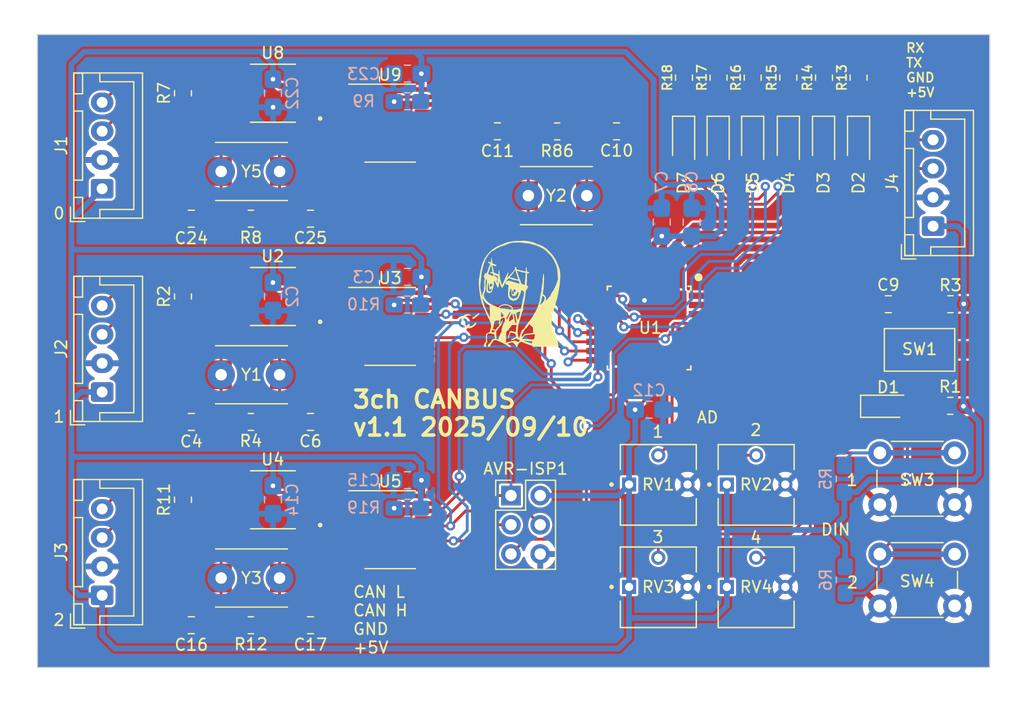
<source format=kicad_pcb>
(kicad_pcb (version 20221018) (generator pcbnew)
  (layers (0 "F.Cu" signal) (31 "B.Cu" signal) (34 "B.Paste" user) (35 "F.Paste" user) (36 "B.SilkS" user "B.Silkscreen") (37 "F.SilkS" user "F.Silkscreen") (38 "B.Mask" user) (39 "F.Mask" user) (44 "Edge.Cuts" user))
  (net 0 "")
  (net 1 "GND")
  (net 2 "+5V")
  (net 3 "Net-(D2-K)")
  (net 4 "Net-(D3-K)")
  (net 5 "RST")
  (net 6 "Net-(D1-A)")
  (net 7 "SCK")
  (net 8 "MOSI")
  (net 9 "MISO")
  (net 10 "Net-(U5-OSC2)")
  (net 11 "AD1")
  (net 12 "AD2")
  (net 13 "XTAL1")
  (net 14 "XTAL2")
  (net 15 "Net-(D4-K)")
  (net 16 "OUT4")
  (net 17 "OUT5")
  (net 18 "OUT6")
  (net 19 "Net-(U5-OSC1)")
  (net 20 "OUT1")
  (net 21 "OUT2")
  (net 22 "OUT3")
  (net 23 "Net-(D5-K)")
  (net 24 "CAN0H")
  (net 25 "Net-(D6-K)")
  (net 26 "Net-(D7-K)")
  (net 27 "CAN0L")
  (net 28 "CAN1H")
  (net 29 "CAN1L")
  (net 30 "CAN2H")
  (net 31 "CAN2L")
  (net 32 "DIN1")
  (net 33 "DIN2")
  (net 34 "Net-(U5-~{RESET})")
  (net 35 "AD3")
  (net 36 "AD4")
  (net 37 "CAN2_CS")
  (net 38 "CAN1_CS")
  (net 39 "CAN0_CS")
  (net 40 "TXD")
  (net 41 "RXD")
  (net 51 "Net-(U3-OSC2)")
  (net 52 "Net-(U3-OSC1)")
  (net 53 "Net-(U9-OSC2)")
  (net 54 "Net-(U9-OSC1)")
  (net 55 "Net-(U9-~{RESET})")
  (net 56 "Net-(U3-~{RESET})")
  (net 57 "/CAN1/CAN_TX")
  (net 58 "/CAN1/CAN_RX")
  (net 69 "/CAN2/CAN_TX")
  (net 70 "/CAN2/CAN_RX")
  (net 72 "/CAN0/CAN_TX")
  (net 73 "/CAN0/CAN_RX")
  (footprint "Better_Handsolder:R_0805_2012Metric_Pad1.20x1.40mm_HandSolder_L" (layer "F.Cu") (at 170.5 77.7475 90)
    (fp_text reference "R15")
    (fp_text value "1k")
  )
  (footprint "Better_Handsolder:LED_0805_2012Metric_Pad1.15x1.40mm_HandSolder" (layer "F.Cu") (at 170.5 83.5 -90)
    (fp_text reference "D4")
    (fp_text value "LED")
  )
  (footprint "3362P-1-103:TRIM_3362P-1-103" (layer "F.Cu") (at 167.7 113.1)
    (fp_text reference "RV2")
    (fp_text value "10k")
  )
  (footprint "Better_Handsolder:R_0805_2012Metric_Pad1.20x1.40mm_HandSolder_L" (layer "F.Cu") (at 173.6 77.7475 90)
    (fp_text reference "R14")
    (fp_text value "1k")
  )
  (footprint "Better_Handsolder:Crystal_HC49-U_Vertical_W_SMD" (layer "F.Cu") (at 126.293282 103.5625 180)
    (fp_text reference "Y1")
    (fp_text value "20MHz")
  )
  (footprint "Better_Handsolder:C_0805_2012Metric_Pad1.18x1.45mm_HandSolder_L" (layer "F.Cu") (at 118.624482 107.6625)
    (fp_text reference "C4")
    (fp_text value "22pF")
  )
  (footprint "Better_Handsolder:R_0805_2012Metric_Pad1.20x1.40mm_HandSolder_L" (layer "F.Cu") (at 117.9 96.7625 90)
    (fp_text reference "R2")
    (fp_text value "120")
  )
  (footprint "Better_Handsolder:R_0805_2012Metric_Pad1.20x1.40mm_HandSolder_L" (layer "F.Cu") (at 161.4325 77.7475 90)
    (fp_text reference "R18")
    (fp_text value "1k")
  )
  (footprint "RMC_QFP:TQFP-32_7x7mm_P0.8mm_L" (layer "F.Cu") (at 158.4 99.5 -90)
    (fp_text reference "U1")
    (fp_text value "ATmega328-A")
  )
  (footprint "Better_Handsolder:C_0805_2012Metric_Pad1.18x1.45mm_HandSolder_L" (layer "F.Cu") (at 128.975519 90 180)
    (fp_text reference "C25")
    (fp_text value "22pF")
  )
  (footprint "RMC_SO:TSSOP-20_4.4x6.5mm_P0.65mm" (layer "F.Cu") (at 135.9 99.3625)
    (fp_text reference "U3")
    (fp_text value "MCP2515-xST")
  )
  (footprint "Better_Handsolder:Crystal_HC49-U_Vertical_W_SMD" (layer "F.Cu") (at 126.293282 121.225 180)
    (fp_text reference "Y3")
    (fp_text value "20MHz")
  )
  (footprint "Connector_JST:JST_XH_B4B-XH-A_1x04_P2.50mm_Vertical" (layer "F.Cu") (at 183.075 90.65 90)
    (fp_text reference "J4")
    (fp_text value "Conn_01x04_Socket")
  )
  (footprint "Better_Handsolder:C_0805_2012Metric_Pad1.18x1.45mm_HandSolder_L" (layer "F.Cu") (at 145.224482 82.4106)
    (fp_text reference "C11")
    (fp_text value "22pF")
  )
  (footprint "3362P-1-103:TRIM_3362P-1-103" (layer "F.Cu") (at 167.7 122)
    (fp_text reference "RV4")
    (fp_text value "10k")
  )
  (footprint "Better_Handsolder:Crystal_HC49-U_Vertical_W_SMD" (layer "F.Cu") (at 126.293282 85.9 180)
    (fp_text reference "Y5")
    (fp_text value "20MHz")
  )
  (footprint "Button_Switch_THT:SW_PUSH_6mm_H5mm" (layer "F.Cu") (at 178.45 119.15)
    (fp_text reference "SW4")
    (fp_text value "SW_Push")
  )
  (footprint "RMC_SO:TSSOP-20_4.4x6.5mm_P0.65mm" (layer "F.Cu") (at 135.9 117.025)
    (fp_text reference "U5")
    (fp_text value "MCP2515-xST")
  )
  (footprint "Better_Handsolder:R_0805_2012Metric_Pad1.20x1.40mm_HandSolder_L" (layer "F.Cu") (at 167.4 77.7475 90)
    (fp_text reference "R16")
    (fp_text value "1k")
  )
  (footprint "Better_Handsolder:LED_0805_2012Metric_Pad1.15x1.40mm_HandSolder" (layer "F.Cu") (at 173.56 83.5 -90)
    (fp_text reference "D3")
    (fp_text value "LED")
  )
  (footprint "Better_Handsolder:R_0805_2012Metric_Pad1.20x1.40mm_HandSolder_L" (layer "F.Cu") (at 123.8 107.663552 180)
    (fp_text reference "R4")
    (fp_text value "10M")
  )
  (footprint "Better_Handsolder:C_0805_2012Metric_Pad1.18x1.45mm_HandSolder_L" (layer "F.Cu") (at 118.624482 90)
    (fp_text reference "C24")
    (fp_text value "22pF")
  )
  (footprint "Button_Switch_SMD:SW_SPST_CK_RS282G05A3" (layer "F.Cu") (at 181.9 101.4)
    (fp_text reference "SW1")
    (fp_text value "SW_Push")
  )
  (footprint "Better_Handsolder:LED_0805_2012Metric_Pad1.15x1.40mm_HandSolder" (layer "F.Cu") (at 167.4 83.5 -90)
    (fp_text reference "D5")
    (fp_text value "LED")
  )
  (footprint "Better_Handsolder:C_0805_2012Metric_Pad1.18x1.45mm_HandSolder_L" (layer "F.Cu") (at 155.575519 82.4106 180)
    (fp_text reference "C10")
    (fp_text value "22pF")
  )
  (footprint "TJA1050T_CM_118:SOIC127P600X175-8N" (layer "F.Cu") (at 125.7175 79.1 180)
    (fp_text reference "U8")
    (fp_text value "TJA1050T_CM_118")
  )
  (footprint "Better_Handsolder:R_0805_2012Metric_Pad1.20x1.40mm_HandSolder_L" (layer "F.Cu") (at 176.6 77.7475 90)
    (fp_text reference "R13")
    (fp_text value "1k")
  )
  (footprint "TJA1050T_CM_118:SOIC127P600X175-8N" (layer "F.Cu") (at 125.7175 96.7625 180)
    (fp_text reference "U2")
    (fp_text value "TJA1050T_CM_118")
  )
  (footprint "Connector_JST:JST_XH_B4B-XH-A_1x04_P2.50mm_Vertical" (layer "F.Cu") (at 110.875 122.725 90)
    (fp_text reference "J3")
    (fp_text value "Conn_01x04_Socket")
  )
  (footprint "Better_Handsolder:C_0805_2012Metric_Pad1.18x1.45mm_HandSolder_L" (layer "F.Cu") (at 118.624482 125.325)
    (fp_text reference "C16")
    (fp_text value "22pF")
  )
  (footprint "Better_Handsolder:R_0805_2012Metric_Pad1.20x1.40mm_HandSolder_L" (layer "F.Cu") (at 184.5644 106.2675 180)
    (fp_text reference "R1")
    (fp_text value "1k")
  )
  (footprint "LOGO" (layer "F.Cu") (at 146.4 96.5)
    (fp_text reference "G0" hide)
    (fp_text value "LOGO" hide)
  )
  (footprint "3362P-1-103:TRIM_3362P-1-103" (layer "F.Cu") (at 159.2 113.1)
    (fp_text reference "RV1")
    (fp_text value "10k")
  )
  (footprint "Connector_JST:JST_XH_B4B-XH-A_1x04_P2.50mm_Vertical" (layer "F.Cu") (at 110.875 87.4 90)
    (fp_text reference "J1")
    (fp_text value "Conn_01x04_Socket")
  )
  (footprint "Better_Handsolder:R_0805_2012Metric_Pad1.20x1.40mm_HandSolder_L" (layer "F.Cu") (at 184.585883 97.435)
    (fp_text reference "R3")
    (fp_text value "4.7k")
  )
  (footprint "Better_Handsolder:C_0805_2012Metric_Pad1.18x1.45mm_HandSolder_L" (layer "F.Cu") (at 179.185883 97.436051)
    (fp_text reference "C9")
    (fp_text value "10uF")
  )
  (footprint "Better_Handsolder:LED_0805_2012Metric_Pad1.15x1.40mm_HandSolder" (layer "F.Cu") (at 179.177983 106.3)
    (fp_text reference "D1")
    (fp_text value "LED")
  )
  (footprint "Connector_PinHeader_2.54mm:PinHeader_2x03_P2.54mm_Vertical" (layer "F.Cu") (at 146.4 114.06)
    (fp_text reference "AVR-ISP1")
    (fp_text value "Conn_02x03_Odd_Even")
  )
  (footprint "Better_Handsolder:LED_0805_2012Metric_Pad1.15x1.40mm_HandSolder" (layer "F.Cu") (at 161.4 83.5 -90)
    (fp_text reference "D7")
    (fp_text value "LED")
  )
  (footprint "TJA1050T_CM_118:SOIC127P600X175-8N" (layer "F.Cu") (at 125.7175 114.425 180)
    (fp_text reference "U4")
    (fp_text value "TJA1050T_CM_118")
  )
  (footprint "RMC_SO:TSSOP-20_4.4x6.5mm_P0.65mm" (layer "F.Cu") (at 135.9 81.7)
    (fp_text reference "U9")
    (fp_text value "MCP2515-xST")
  )
  (footprint "Better_Handsolder:R_0805_2012Metric_Pad1.20x1.40mm_HandSolder_L" (layer "F.Cu") (at 123.8 90.001052 180)
    (fp_text reference "R8")
    (fp_text value "10M")
  )
  (footprint "Better_Handsolder:C_0805_2012Metric_Pad1.18x1.45mm_HandSolder_L" (layer "F.Cu") (at 128.975519 125.325 180)
    (fp_text reference "C17")
    (fp_text value "22pF")
  )
  (footprint "Better_Handsolder:R_0805_2012Metric_Pad1.20x1.40mm_HandSolder_L" (layer "F.Cu") (at 117.9 79.1 90)
    (fp_text reference "R7")
    (fp_text value "120")
  )
  (footprint "Better_Handsolder:R_0805_2012Metric_Pad1.20x1.40mm_HandSolder_L" (layer "F.Cu") (at 164.4325 77.7475 90)
    (fp_text reference "R17")
    (fp_text value "1k")
  )
  (footprint "Button_Switch_THT:SW_PUSH_6mm_H5mm" (layer "F.Cu") (at 178.45 110.35)
    (fp_text reference "SW3")
    (fp_text value "SW_Push")
  )
  (footprint "Better_Handsolder:C_0805_2012Metric_Pad1.18x1.45mm_HandSolder_L" (layer "F.Cu") (at 128.975519 107.6625 180)
    (fp_text reference "C6")
    (fp_text value "22pF")
  )
  (footprint "Better_Handsolder:Crystal_HC49-U_Vertical_W_SMD" (layer "F.Cu") (at 147.906719 88)
    (fp_text reference "Y2")
    (fp_text value "20MHz")
  )
  (footprint "Better_Handsolder:R_0805_2012Metric_Pad1.20x1.40mm_HandSolder_L" (layer "F.Cu") (at 117.9 114.425 90)
    (fp_text reference "R11")
    (fp_text value "120")
  )
  (footprint "Connector_JST:JST_XH_B4B-XH-A_1x04_P2.50mm_Vertical" (layer "F.Cu") (at 110.875 105.0625 90)
    (fp_text reference "J2")
    (fp_text value "Conn_01x04_Socket")
  )
  (footprint "Better_Handsolder:LED_0805_2012Metric_Pad1.15x1.40mm_HandSolder" (layer "F.Cu") (at 176.6 83.5 -90)
    (fp_text reference "D2")
    (fp_text value "LED")
  )
  (footprint "Better_Handsolder:R_0805_2012Metric_Pad1.20x1.40mm_HandSolder_L" (layer "F.Cu") (at 150.410742 82.4175)
    (fp_text reference "R86")
    (fp_text value "10M")
  )
  (footprint "Better_Handsolder:LED_0805_2012Metric_Pad1.15x1.40mm_HandSolder" (layer "F.Cu") (at 164.4 83.5 -90)
    (fp_text reference "D6")
    (fp_text value "LED")
  )
  (footprint "Better_Handsolder:R_0805_2012Metric_Pad1.20x1.40mm_HandSolder_L" (layer "F.Cu") (at 123.8 125.326052 180)
    (fp_text reference "R12")
    (fp_text value "10M")
  )
  (footprint "3362P-1-103:TRIM_3362P-1-103" (layer "F.Cu") (at 159.2 122)
    (fp_text reference "RV3")
    (fp_text value "10k")
  )
  (footprint "Better_Handsolder:C_0805_2012Metric_Pad1.18x1.45mm_HandSolder_L" (layer "B.Cu") (at 158.4 106.6 180)
    (fp_text reference "C12")
    (fp_text value "10uF")
  )
  (footprint "Better_Handsolder:C_0805_2012Metric_Pad1.18x1.45mm_HandSolder_L" (layer "B.Cu") (at 137.4 95.0625)
    (fp_text reference "C3")
    (fp_text value "100nF")
  )
  (footprint "Better_Handsolder:C_0805_2012Metric_Pad1.18x1.45mm_HandSolder_L" (layer "B.Cu") (at 159.5 90.3 -90)
    (fp_text reference "C7")
    (fp_text value "100nF")
  )
  (footprint "Better_Handsolder:C_0805_2012Metric_Pad1.18x1.45mm_HandSolder_L" (layer "B.Cu") (at 125.7175 79.1 90)
    (fp_text reference "C22")
    (fp_text value "100nF")
  )
  (footprint "Better_Handsolder:R_0805_2012Metric_Pad1.20x1.40mm_HandSolder_L" (layer "B.Cu") (at 175.4 112.610742 -90)
    (fp_text reference "R5")
    (fp_text value "4.7k")
  )
  (footprint "Better_Handsolder:C_0805_2012Metric_Pad1.18x1.45mm_HandSolder_L" (layer "B.Cu") (at 162.1 90.3 -90)
    (fp_text reference "C8")
    (fp_text value "100nF")
  )
  (footprint "Better_Handsolder:C_0805_2012Metric_Pad1.18x1.45mm_HandSolder_L" (layer "B.Cu") (at 137.4 77.4)
    (fp_text reference "C23")
    (fp_text value "100nF")
  )
  (footprint "Better_Handsolder:C_0805_2012Metric_Pad1.18x1.45mm_HandSolder_L" (layer "B.Cu") (at 125.7175 114.425 90)
    (fp_text reference "C14")
    (fp_text value "100nF")
  )
  (footprint "Better_Handsolder:R_0805_2012Metric_Pad1.20x1.40mm_HandSolder_L" (layer "B.Cu") (at 175.402103 121.389259 90)
    (fp_text reference "R6")
    (fp_text value "4.7k")
  )
  (footprint "Better_Handsolder:R_0805_2012Metric_Pad1.20x1.40mm_HandSolder_L" (layer "B.Cu") (at 137.4 115.125)
    (fp_text reference "R19")
    (fp_text value "10k")
  )
  (footprint "Better_Handsolder:C_0805_2012Metric_Pad1.18x1.45mm_HandSolder_L" (layer "B.Cu") (at 125.7175 96.7625 90)
    (fp_text reference "C2")
    (fp_text value "100nF")
  )
  (footprint "Better_Handsolder:R_0805_2012Metric_Pad1.20x1.40mm_HandSolder_L" (layer "B.Cu") (at 137.4 97.4625)
    (fp_text reference "R10")
    (fp_text value "10k")
  )
  (footprint "Better_Handsolder:R_0805_2012Metric_Pad1.20x1.40mm_HandSolder_L" (layer "B.Cu") (at 137.4 79.8)
    (fp_text reference "R9")
    (fp_text value "10k")
  )
  (footprint "Better_Handsolder:C_0805_2012Metric_Pad1.18x1.45mm_HandSolder_L" (layer "B.Cu") (at 137.4 112.725)
    (fp_text reference "C15")
    (fp_text value "100nF")
  )
  (gr_rect (start 105.25 74) (end 188 129) (stroke (width 0.1)) (fill none) (layer "Edge.Cuts"))
  (gr_text "2" (at 106.55 125.4535) (layer "F.SilkS") (effects (font (size 1 1)) (justify left bottom)))
  (gr_text "0" (at 106.55 90.1285) (layer "F.SilkS") (effects (font (size 1 1)) (justify left bottom)))
  (gr_text "1" (at 158.59881 109.1) (layer "F.SilkS") (effects (font (size 1 1)) (justify left bottom)))
  (gr_text "3" (at 158.59881 118.25) (layer "F.SilkS") (effects (font (size 1 1)) (justify left bottom)))
  (gr_text "2" (at 175.5 122.2) (layer "F.SilkS") (effects (font (size 1 1)) (justify left bottom)))
  (gr_text "RX\nTX\nGND\n+5V" (at 180.65 79.5) (layer "F.SilkS") (effects (font (size 0.8 0.8)) (justify left bottom)))
  (gr_text "3ch CANBUS\nv1.1 2025/09/10\n" (at 132.5 109) (layer "F.SilkS") (effects (font (size 1.5 1.5) (thickness 0.3) bold) (justify left bottom)))
  (gr_text "2" (at 167.09881 108.95) (layer "F.SilkS") (effects (font (size 1 1)) (justify left bottom)))
  (gr_text "1" (at 175.45 113.3) (layer "F.SilkS") (effects (font (size 1 1)) (justify left bottom)))
  (gr_text "DIN" (at 173.25 117.60175) (layer "F.SilkS") (effects (font (size 1 1)) (justify left bottom)))
  (gr_text "4" (at 167.09881 118.3) (layer "F.SilkS") (effects (font (size 1 1)) (justify left bottom)))
  (gr_text "AD" (at 162.45 107.85) (layer "F.SilkS") (effects (font (size 1 1)) (justify left bottom)))
  (gr_text "1" (at 106.55 107.791) (layer "F.SilkS") (effects (font (size 1 1)) (justify left bottom)))
  (gr_text "CAN L\nCAN H\nGND\n+5V" (at 132.6 127.85) (layer "F.SilkS") (effects (font (size 1 1)) (justify left bottom)))
  (segment (start 159.05 97.1) (end 158 97.1) (width 0.5) (layer "F.Cu") (net 1))
  (segment (start 158 95.05) (end 158 97.1) (width 0.5) (layer "F.Cu") (net 1))
  (segment (start 159.6 95.05) (end 159.6 96.55) (width 0.5) (layer "F.Cu") (net 1))
  (segment (start 159.6 96.55) (end 159.05 97.1) (width 0.5) (layer "F.Cu") (net 1))
  (via (at 125.7244 80.3156) (size 0.8) (drill 0.4) (layers "F.Cu" "B.Cu") (net 1))
  (via (at 158 97.1) (size 0.8) (drill 0.4) (layers "F.Cu" "B.Cu") (net 1))
  (segment (start 158.8 92.2156) (end 159.5 91.5156) (width 0.5) (layer "F.Cu") (net 2))
  (segment (start 128.3025 78.465) (end 126.2981 78.465) (width 0.5) (layer "F.Cu") (net 2))
  (segment (start 157.2 95.05) (end 157.2 92.8) (width 0.5) (layer "F.Cu") (net 2))
  (segment (start 138.7625 78.775) (end 138.7625 77.5469) (width 0.25) (layer "F.Cu") (net 2))
  (segment (start 138.8125 96.437501) (end 138.8125 95.2594) (width 0.25) (layer "F.Cu") (net 2))
  (segment (start 126.2981 78.465) (end 125.7175 77.8844) (width 0.5) (layer "F.Cu") (net 2))
  (segment (start 126.2981 113.79) (end 125.7175 113.2094) (width 0.25) (layer "F.Cu") (net 2))
  (segment (start 158.6156 92.4) (end 158.8 92.2156) (width 0.5) (layer "F.Cu") (net 2))
  (segment (start 156.4 103.95) (end 156.4 105.8156) (width 0.25) (layer "F.Cu") (net 2))
  (segment (start 158.0125 103.95) (end 158.0125 105.7719) (width 0.25) (layer "F.Cu") (net 2))
  (segment (start 126.2981 96.1275) (end 125.7175 95.5469) (width 0.25) (layer "F.Cu") (net 2))
  (segment (start 138.8125 112.9219) (end 138.6156 112.725) (width 0.25) (layer "F.Cu") (net 2))
  (segment (start 157.6 92.4) (end 158.6156 92.4) (width 0.5) (layer "F.Cu") (net 2))
  (segment (start 128.3025 96.1275) (end 126.2981 96.1275) (width 0.25) (layer "F.Cu") (net 2))
  (segment (start 158.0125 105.7719) (end 157.1844 106.6) (width 0.25) (layer "F.Cu") (net 2))
  (segment (start 156.4 105.8156) (end 157.1844 106.6) (width 0.25) (layer "F.Cu") (net 2))
  (segment (start 138.7625 77.5469) (end 138.6156 77.4) (width 0.25) (layer "F.Cu") (net 2))
  (segment (start 157.2 92.8) (end 157.6 92.4) (width 0.5) (layer "F.Cu") (net 2))
  (segment (start 158.8 95.05) (end 158.8 92.2156) (width 0.5) (layer "F.Cu") (net 2))
  (segment (start 138.8125 95.2594) (end 138.6156 95.0625) (width 0.25) (layer "F.Cu") (net 2))
  (segment (start 128.3025 113.79) (end 126.2981 113.79) (width 0.25) (layer "F.Cu") (net 2))
  (segment (start 138.8125 114.100001) (end 138.8125 112.9219) (width 0.25) (layer "F.Cu") (net 2))
  (via (at 138.6156 112.725) (size 0.8) (drill 0.4) (layers "F.Cu" "B.Cu") (net 2))
  (via (at 185.738383 97.4025) (size 0.8) (drill 0.4) (layers "F.Cu" "B.Cu") (net 2))
  (via (at 138.6156 95.0625) (size 0.8) (drill 0.4) (layers "F.Cu" "B.Cu") (net 2))
  (via (at 125.7175 95.5469) (size 0.8) (drill 0.4) (layers "F.Cu" "B.Cu") (net 2))
  (via (at 138.6156 77.4) (size 0.8) (drill 0.4) (layers "F.Cu" "B.Cu") (net 2))
  (via (at 125.7175 77.8844) (size 0.8) (drill 0.4) (layers "F.Cu" "B.Cu") (net 2))
  (via (at 157.1844 106.6) (size 0.8) (drill 0.4) (layers "F.Cu" "B.Cu") (net 2))
  (via (at 159.5 91.5156) (size 0.8) (drill 0.4) (layers "F.Cu" "B.Cu") (net 2))
  (via (at 125.7175 113.2094) (size 0.8) (drill 0.4) (layers "F.Cu" "B.Cu") (net 2))
  (via (at 185.7169 106.3) (size 0.8) (drill 0.4) (layers "F.Cu" "B.Cu") (net 2))
  (segment (start 138.6156 93.5156) (end 137.8 92.7) (width 0.5) (layer "B.Cu") (net 2))
  (segment (start 175.3675 115.8825) (end 174.2 117.05) (width 0.5) (layer "B.Cu") (net 2))
  (segment (start 163.9 87.05) (end 159.65 87.05) (width 0.5) (layer "B.Cu") (net 2))
  (segment (start 159.5 91.5156) (end 162.1 91.5156) (width 0.5) (layer "B.Cu") (net 2))
  (segment (start 156.66 109.84) (end 157.2 109.3) (width 0.5) (layer "B.Cu") (net 2))
  (segment (start 138.6156 111.3156) (end 138 110.7) (width 0.5) (layer "B.Cu") (net 2))
  (segment (start 164.7 90.9) (end 164.7 87.85) (width 0.5) (layer "B.Cu") (net 2))
  (segment (start 175.3675 113.763242) (end 176.436758 113.763242) (width 0.5) (layer "B.Cu") (net 2))
  (segment (start 157.2 109.3) (end 157.2 106.6156) (width 0.5) (layer "B.Cu") (net 2))
  (segment (start 187.05 112.2) (end 187.05 107.6331) (width 0.5) (layer "B.Cu") (net 2))
  (segment (start 185.7169 106.3) (end 185.7169 97.423983) (width 0.5) (layer "B.Cu") (net 2))
  (segment (start 125.7175 77.8844) (end 125.7175 76.5175) (width 0.5) (layer "B.Cu") (net 2))
  (segment (start 109.3 75.5) (end 108.2 76.6) (width 0.5) (layer "B.Cu") (net 2))
  (segment (start 125.7175 111.4675) (end 124.95 110.7) (width 0.5) (layer "B.Cu") (net 2))
  (segment (start 108.2 76.6) (end 108.2 90.075) (width 0.5) (layer "B.Cu") (net 2))
  (segment (start 108.2 92.75) (end 108.2 106.6) (width 0.5) (layer "B.Cu") (net 2))
  (segment (start 124.95 110.7) (end 108.2 110.7) (width 0.5) (layer "B.Cu") (net 2))
  (segment (start 165.16 123.64) (end 165.16 122.6) (width 0.5) (layer "B.Cu") (net 2))
  (segment (start 158.8 77.95) (end 156.35 75.5) (width 0.5) (layer "B.Cu") (net 2))
  (segment (start 156.66 124.75) (end 156.66 126.44) (width 0.5) (layer "B.Cu") (net 2))
  (segment (start 185.2 90.65) (end 185.75 91.2) (width 0.5) (layer "B.Cu") (net 2))
  (segment (start 124.7 75.5) (end 109.3 75.5) (width 0.5) (layer "B.Cu") (net 2))
  (segment (start 156.66 122) (end 156.66 124.75) (width 0.5) (layer "B.Cu") (net 2))
  (segment (start 138.6156 112.725) (end 138.6156 111.3156) (width 0.5) (layer "B.Cu") (net 2))
  (segment (start 156.71 124.7) (end 156.66 124.75) (width 0.5) (layer "B.Cu") (net 2))
  (segment (start 109.0375 105.0625) (end 110.875 105.0625) (width 0.5) (layer "B.Cu") (net 2))
  (segment (start 164.1 124.7) (end 165.16 123.64) (width 0.5) (layer "B.Cu") (net 2))
  (segment (start 158.8 86.2) (end 158.8 77.95) (width 0.5) (layer "B.Cu") (net 2))
  (segment (start 125.7175 93.6175) (end 124.8 92.7) (width 0.5) (layer "B.Cu") (net 2))
  (segment (start 138.6156 76.0156) (end 138.1 75.5) (width 0.5) (layer "B.Cu") (net 2))
  (segment (start 176.436758 113.763242) (end 177.55 112.65) (width 0.5) (layer "B.Cu") (net 2))
  (segment (start 108.2 111.9) (end 108.2 106.6) (width 0.5) (layer "B.Cu") (net 2))
  (segment (start 125.7175 76.5175) (end 124.7 75.5) (width 0.5) (layer "B.Cu") (net 2))
  (segment (start 138.6156 95.0625) (end 138.6156 93.5156) (width 0.5) (layer "B.Cu") (net 2))
  (segment (start 108.2 111.9) (end 108.2 122.05) (width 0.5) (layer "B.Cu") (net 2))
  (segment (start 165.16 117.05) (end 165.16 122.6) (width 0.5) (layer "B.Cu") (net 2))
  (segment (start 125.7175 113.2094) (end 125.7175 111.4675) (width 0.5) (layer "B.Cu") (net 2))
  (segment (start 138.5525 97.495) (end 138.5525 95.1256) (width 0.5) (layer "B.Cu") (net 2))
  (segment (start 112 127.35) (end 155.75 127.35) (width 0.5) (layer "B.Cu") (net 2))
  (segment (start 124.8 92.7) (end 108.25 92.7) (width 0.5) (layer "B.Cu") (net 2))
  (segment (start 164.0844 91.5156) (end 164.7 90.9) (width 0.5) (layer "B.Cu") (net 2))
  (segment (start 183.075 90.65) (end 185.2 90.65) (width 0.5) (layer "B.Cu") (net 2))
  (segment (start 165.16 122.6) (end 165.16 122) (width 0.5) (layer "B.Cu") (net 2))
  (segment (start 138.6156 77.4) (end 138.6156 76.0156) (width 0.5) (layer "B.Cu") (net 2))
  (segment (start 110.875 122.725) (end 110.875 126.225) (width 0.5) (layer "B.Cu") (net 2))
  (segment (start 175.434603 120.236759) (end 175.434603 118.284603) (width 0.5) (layer "B.Cu") (net 2))
  (segment (start 185.75 91.2) (end 185.738383 91.211617) (width 0.5) (layer "B.Cu") (net 2))
  (segment (start 187.05 107.6331) (end 185.7169 106.3) (width 0.5) (layer "B.Cu") (net 2))
  (segment (start 186.6 112.65) (end 187.05 112.2) (width 0.5) (layer "B.Cu") (net 2))
  (segment (start 155.7 114.06) (end 156.66 113.1) (width 0.5) (layer "B.Cu") (net 2))
  (segment (start 175.434603 118.284603) (end 174.2 117.05) (width 0.5) (layer "B.Cu") (net 2))
  (segment (start 138.1 75.5) (end 124.7 75.5) (width 0.5) (layer "B.Cu") (net 2))
  (segment (start 148.94 114.06) (end 155.7 114.06) (width 0.5) (layer "B.Cu") (net 2))
  (segment (start 156.66 126.44) (end 155.75 127.35) (width 0.5) (layer "B.Cu") (net 2))
  (segment (start 156.35 75.5) (end 138.1 75.5) (width 0.5) (layer "B.Cu") (net 2))
  (segment (start 108.2 106.6) (end 108.2 105.9) (width 0.5) (layer "B.Cu") (net 2))
  (segment (start 162.1 91.5156) (end 164.0844 91.5156) (width 0.5) (layer "B.Cu") (net 2))
  (segment (start 175.3675 113.763242) (end 175.3675 115.8825) (width 0.5) (layer "B.Cu") (net 2))
  (segment (start 108.2 110.7) (end 108.2 111.9) (width 0.5) (layer "B.Cu") (net 2))
  (segment (start 159.65 87.05) (end 158.8 86.2) (width 0.5) (layer "B.Cu") (net 2))
  (segment (start 185.738383 91.211617) (end 185.738383 97.4025) (width 0.5) (layer "B.Cu") (net 2))
  (segment (start 138.6156 77.4) (end 138.6156 79.7694) (width 0.5) (layer "B.Cu") (net 2))
  (segment (start 108.2 122.05) (end 108.875 122.725) (width 0.5) (layer "B.Cu") (net 2))
  (segment (start 108.875 122.725) (end 110.875 122.725) (width 0.5) (layer "B.Cu") (net 2))
  (segment (start 138 110.7) (end 124.95 110.7) (width 0.5) (layer "B.Cu") (net 2))
  (segment (start 164.7 87.85) (end 163.9 87.05) (width 0.5) (layer "B.Cu") (net 2))
  (segment (start 138.5525 115.1575) (end 138.5525 112.7881) (width 0.5) (layer "B.Cu") (net 2))
  (segment (start 110.875 126.225) (end 112 127.35) (width 0.5) (layer "B.Cu") (net 2))
  (segment (start 125.7175 95.5469) (end 125.7175 93.6175) (width 0.5) (layer "B.Cu") (net 2))
  (segment (start 156.66 113.1) (end 156.66 122) (width 0.5) (layer "B.Cu") (net 2))
  (segment (start 110.875 87.4) (end 108.2 90.075) (width 0.5) (layer "B.Cu") (net 2))
  (segment (start 174.2 117.05) (end 165.16 117.05) (width 0.5) (layer "B.Cu") (net 2))
  (segment (start 137.8 92.7) (end 124.8 92.7) (width 0.5) (layer "B.Cu") (net 2))
  (segment (start 177.55 112.65) (end 186.6 112.65) (width 0.5) (layer "B.Cu") (net 2))
  (segment (start 108.2 90.075) (end 108.2 92.75) (width 0.5) (layer "B.Cu") (net 2))
  (segment (start 185.7169 97.423983) (end 185.738383 97.4025) (width 0.5) (layer "B.Cu") (net 2))
  (segment (start 156.66 113.1) (end 156.66 109.84) (width 0.5) (layer "B.Cu") (net 2))
  (segment (start 108.2 105.9) (end 109.0375 105.0625) (width 0.5) (layer "B.Cu") (net 2))
  (segment (start 164.1 124.7) (end 156.71 124.7) (width 0.5) (layer "B.Cu") (net 2))
  (segment (start 165.16 113.1) (end 165.16 117.05) (width 0.5) (layer "B.Cu") (net 2))
  (segment (start 108.25 92.7) (end 108.2 92.75) (width 0.5) (layer "B.Cu") (net 2))
  (segment (start 176.6 82.175) (end 176.6 78.9325) (width 0.5) (layer "F.Cu") (net 3))
  (segment (start 173.56 82.175) (end 173.56 78.9075) (width 0.5) (layer "F.Cu") (net 4))
  (segment (start 160.45 99.8) (end 160.45 99.25) (width 0.25) (layer "F.Cu") (net 5))
  (segment (start 147.69 117.85) (end 150.65 117.85) (width 0.25) (layer "F.Cu") (net 5))
  (segment (start 183.433383 97.4025) (end 180.435034 97.4025) (width 0.25) (layer "F.Cu") (net 5))
  (segment (start 150.65 117.85) (end 152.95 115.55) (width 0.25) (layer "F.Cu") (net 5))
  (segment (start 162.85 99.1) (end 183.433383 99.1) (width 0.25) (layer "F.Cu") (net 5))
  (segment (start 159.8 100.45) (end 160.45 99.8) (width 0.25) (layer "F.Cu") (net 5))
  (segment (start 184.4 101.4) (end 183.433383 100.433383) (width 0.25) (layer "F.Cu") (net 5))
  (segment (start 146.4 119.14) (end 147.69 117.85) (width 0.25) (layer "F.Cu") (net 5))
  (segment (start 183.433383 99.1) (end 183.433383 97.4025) (width 0.25) (layer "F.Cu") (net 5))
  (segment (start 152.95 115.55) (end 152.95 108) (width 0.25) (layer "F.Cu") (net 5))
  (segment (start 183.433383 100.433383) (end 183.433383 99.1) (width 0.25) (layer "F.Cu") (net 5))
  (segment (start 185.8 101.4) (end 184.4 101.4) (width 0.25) (layer "F.Cu") (net 5))
  (segment (start 160.45 99.25) (end 160.6 99.1) (width 0.25) (layer "F.Cu") (net 5))
  (segment (start 160.6 99.1) (end 162.85 99.1) (width 0.25) (layer "F.Cu") (net 5))
  (via (at 152.95 108) (size 0.8) (drill 0.4) (layers "F.Cu" "B.Cu") (net 5))
  (via (at 159.8 100.45) (size 0.8) (drill 0.4) (layers "F.Cu" "B.Cu") (net 5))
  (segment (start 152.95 108) (end 154 108) (width 0.25) (layer "B.Cu") (net 5))
  (segment (start 154 108) (end 155.3 106.7) (width 0.25) (layer "B.Cu") (net 5))
  (segment (start 155.3 101.75) (end 156.6 100.45) (width 0.25) (layer "B.Cu") (net 5))
  (segment (start 156.6 100.45) (end 159.8 100.45) (width 0.25) (layer "B.Cu") (net 5))
  (segment (start 155.3 106.7) (end 155.3 101.75) (width 0.25) (layer "B.Cu") (net 5))
  (segment (start 183.4119 106.3) (end 180.35 106.3) (width 0.5) (layer "F.Cu") (net 6))
  (segment (start 143.9 118) (end 145.3 116.6) (width 0.25) (layer "F.Cu") (net 7))
  (segment (start 142.3 100.3) (end 142.2625 100.3375) (width 0.25) (layer "F.Cu") (net 7))
  (segment (start 155.3 105.3) (end 155.6 105) (width 0.25) (layer "F.Cu") (net 7))
  (segment (start 155.6 105) (end 155.6 103.95) (width 0.25) (layer "F.Cu") (net 7))
  (segment (start 148.75 96.35) (end 141.440812 96.35) (width 0.25) (layer "F.Cu") (net 7))
  (segment (start 141.4 118) (end 143.9 118) (width 0.25) (layer "F.Cu") (net 7))
  (segment (start 151.15 105.3) (end 155.3 105.3) (width 0.25) (layer "F.Cu") (net 7))
  (segment (start 140.65 83.4) (end 139.925 82.675) (width 0.25) (layer "F.Cu") (net 7))
  (segment (start 145.3 116.6) (end 146.4 116.6) (width 0.25) (layer "F.Cu") (net 7))
  (segment (start 149.9 102.6) (end 149.35 102.05) (width 0.25) (layer "F.Cu") (net 7))
  (segment (start 142.2625 100.3375) (end 138.8125 100.3375) (width 0.25) (layer "F.Cu") (net 7))
  (segment (start 149.9 104.05) (end 151.15 105.3) (width 0.25) (layer "F.Cu") (net 7))
  (segment (start 140.65 95.559188) (end 140.65 83.4) (width 0.25) (layer "F.Cu") (net 7))
  (segment (start 149.9 102.6) (end 149.9 104.05) (width 0.25) (layer "F.Cu") (net 7))
  (segment (start 149.35 102.05) (end 149.35 96.95) (width 0.25) (layer "F.Cu") (net 7))
  (segment (start 149.35 96.95) (end 148.75 96.35) (width 0.25) (layer "F.Cu") (net 7))
  (segment (start 141.440812 96.35) (end 140.65 95.559188) (width 0.25) (layer "F.Cu") (net 7))
  (segment (start 139.925 82.675) (end 138.8125 82.675) (width 0.25) (layer "F.Cu") (net 7))
  (segment (start 141.4 118) (end 138.8125 118) (width 0.25) (layer "F.Cu") (net 7))
  (via (at 142.3 100.3) (size 0.8) (drill 0.4) (layers "F.Cu" "B.Cu") (net 7))
  (via (at 149.9 102.6) (size 0.8) (drill 0.4) (layers "F.Cu" "B.Cu") (net 7))
  (via (at 141.4 118) (size 0.8) (drill 0.4) (layers "F.Cu" "B.Cu") (net 7))
  (segment (start 141.05 113.5) (end 142.6 115.05) (width 0.25) (layer "B.Cu") (net 7))
  (segment (start 147.6 100.3) (end 149.9 102.6) (width 0.25) (layer "B.Cu") (net 7))
  (segment (start 141.7 118) (end 141.4 118) (width 0.25) (layer "B.Cu") (net 7))
  (segment (start 142.6 117.1) (end 141.7 118) (width 0.25) (layer "B.Cu") (net 7))
  (segment (start 142.6 115.05) (end 142.6 117.1) (width 0.25) (layer "B.Cu") (net 7))
  (segment (start 141.05 100.95) (end 141.05 113.5) (width 0.25) (layer "B.Cu") (net 7))
  (segment (start 141.7 100.3) (end 141.05 100.95) (width 0.25) (layer "B.Cu") (net 7))
  (segment (start 142.3 100.3) (end 141.7 100.3) (width 0.25) (layer "B.Cu") (net 7))
  (segment (start 142.3 100.3) (end 147.6 100.3) (width 0.25) (layer "B.Cu") (net 7))
  (segment (start 153.95 101.5) (end 151.05 101.5) (width 0.25) (layer "F.Cu") (net 8))
  (segment (start 141.15 116.7) (end 142.45 115.4) (width 0.25) (layer "F.Cu") (net 8))
  (segment (start 141.1 95.372792) (end 141.627208 95.9) (width 0.25) (layer "F.Cu") (net 8))
  (segment (start 147.8 115.5) (end 147.84 115.5) (width 0.25) (layer "F.Cu") (net 8))
  (segment (start 141.627208 95.9) (end 148.936396 95.9) (width 0.25) (layer "F.Cu") (net 8))
  (segment (start 141.1 82.3) (end 141.1 95.372792) (width 0.25) (layer "F.Cu") (net 8))
  (segment (start 142.2375 99.0375) (end 138.8125 99.0375) (width 0.25) (layer "F.Cu") (net 8))
  (segment (start 147.84 115.5) (end 148.94 116.6) (width 0.25) (layer "F.Cu") (net 8))
  (segment (start 138.8125 81.375) (end 140.175 81.375) (width 0.25) (layer "F.Cu") (net 8))
  (segment (start 142.25 99.05) (end 142.2375 99.0375) (width 0.25) (layer "F.Cu") (net 8))
  (segment (start 149.8 100.25) (end 151.05 101.5) (width 0.25) (layer "F.Cu") (net 8))
  (segment (start 142.45 115.4) (end 147.7 115.4) (width 0.25) (layer "F.Cu") (net 8))
  (segment (start 148.936396 95.9) (end 149.8 96.763604) (width 0.25) (layer "F.Cu") (net 8))
  (segment (start 141.15 116.7) (end 138.8125 116.7) (width 0.25) (layer "F.Cu") (net 8))
  (segment (start 149.8 96.763604) (end 149.8 100.25) (width 0.25) (layer "F.Cu") (net 8))
  (segment (start 147.7 115.4) (end 147.8 115.5) (width 0.25) (layer "F.Cu") (net 8))
  (segment (start 140.175 81.375) (end 141.1 82.3) (width 0.25) (layer "F.Cu") (net 8))
  (via (at 151.05 101.5) (size 0.8) (drill 0.4) (layers "F.Cu" "B.Cu") (net 8))
  (via (at 141.15 116.7) (size 0.8) (drill 0.4) (layers "F.Cu" "B.Cu") (net 8))
  (via (at 142.25 99.05) (size 0.8) (drill 0.4) (layers "F.Cu" "B.Cu") (net 8))
  (segment (start 140.1 114.3) (end 141.15 115.35) (width 0.25) (layer "B.Cu") (net 8))
  (segment (start 142.25 99.05) (end 148.75 99.05) (width 0.25) (layer "B.Cu") (net 8))
  (segment (start 148.75 99.05) (end 151.05 101.35) (width 0.25) (layer "B.Cu") (net 8))
  (segment (start 151.05 101.35) (end 151.05 101.5) (width 0.25) (layer "B.Cu") (net 8))
  (segment (start 141.35 99.05) (end 140.1 100.3) (width 0.25) (layer "B.Cu") (net 8))
  (segment (start 141.15 115.35) (end 141.15 116.7) (width 0.25) (layer "B.Cu") (net 8))
  (segment (start 140.1 100.3) (end 140.1 114.3) (width 0.25) (layer "B.Cu") (net 8))
  (segment (start 142.25 99.05) (end 141.35 99.05) (width 0.25) (layer "B.Cu") (net 8))
  (segment (start 140.7 116.05) (end 142.69 114.06) (width 0.25) (layer "F.Cu") (net 9))
  (segment (start 151.514914 102.3) (end 151.366228 102.448686) (width 0.25) (layer "F.Cu") (net 9))
  (segment (start 150.6 96.927208) (end 150.6 99.7) (width 0.25) (layer "F.Cu") (net 9))
  (segment (start 141.55 81.85) (end 141.55 95.186396) (width 0.25) (layer "F.Cu") (net 9))
  (segment (start 149.122792 95.45) (end 150.6 96.927208) (width 0.25) (layer "F.Cu") (net 9))
  (segment (start 138.8125 80.725) (end 140.425 80.725) (width 0.25) (layer "F.Cu") (net 9))
  (segment (start 141.55 95.186396) (end 141.813604 95.45) (width 0.25) (layer "F.Cu") (net 9))
  (segment (start 140.6625 98.3875) (end 140.75 98.3) (width 0.25) (layer "F.Cu") (net 9))
  (segment (start 141.813604 95.45) (end 149.122792 95.45) (width 0.25) (layer "F.Cu") (net 9))
  (segment (start 140.425 80.725) (end 141.55 81.85) (width 0.25) (layer "F.Cu") (net 9))
  (segment (start 153.95 102.3) (end 153.95 103.75) (width 0.25) (layer "F.Cu") (net 9))
  (segment (start 138.8125 116.05) (end 140.7 116.05) (width 0.25) (layer "F.Cu") (net 9))
  (segment (start 150.6 99.7) (end 150.625 99.725) (width 0.25) (layer "F.Cu") (net 9))
  (segment (start 138.8125 98.3875) (end 140.6625 98.3875) (width 0.25) (layer "F.Cu") (net 9))
  (segment (start 153.95 102.3) (end 151.514914 102.3) (width 0.25) (layer "F.Cu") (net 9))
  (segment (start 142.69 114.06) (end 146.4 114.06) (width 0.25) (layer "F.Cu") (net 9))
  (via (at 140.75 98.3) (size 0.8) (drill 0.4) (layers "F.Cu" "B.Cu") (net 9))
  (via (at 153.95 103.75) (size 0.8) (drill 0.4) (layers "F.Cu" "B.Cu") (net 9))
  (via (at 151.366228 102.448686) (size 0.8) (drill 0.4) (layers "F.Cu" "B.Cu") (net 9))
  (via (at 150.625 99.725) (size 0.8) (drill 0.4) (layers "F.Cu" "B.Cu") (net 9))
  (segment (start 152.05 101.7) (end 152.05 101.15) (width 0.25) (layer "B.Cu") (net 9))
  (segment (start 149.2 98.3) (end 150.625 99.725) (width 0.25) (layer "B.Cu") (net 9))
  (segment (start 146.4 106.2) (end 146.4 114.06) (width 0.25) (layer "B.Cu") (net 9))
  (segment (start 153.25 104.45) (end 148.15 104.45) (width 0.25) (layer "B.Cu") (net 9))
  (segment (start 153.95 103.75) (end 153.25 104.45) (width 0.25) (layer "B.Cu") (net 9))
  (segment (start 152.05 101.15) (end 150.625 99.725) (width 0.25) (layer "B.Cu") (net 9))
  (segment (start 148.15 104.45) (end 146.4 106.2) (width 0.25) (layer "B.Cu") (net 9))
  (segment (start 152.05 101.764914) (end 152.05 101.7) (width 0.25) (layer "B.Cu") (net 9))
  (segment (start 140.75 98.3) (end 149.2 98.3) (width 0.25) (layer "B.Cu") (net 9))
  (segment (start 151.366228 102.448686) (end 152.05 101.764914) (width 0.25) (layer "B.Cu") (net 9))
  (segment (start 121.213282 123.9518) (end 119.840082 125.325) (width 0.25) (layer "F.Cu") (net 10))
  (segment (start 121.213282 121.225) (end 121.213282 123.9518) (width 0.25) (layer "F.Cu") (net 10))
  (segment (start 121.213282 121.225) (end 121.213282 119.311718) (width 0.25) (layer "F.Cu") (net 10))
  (segment (start 122.6475 125.358552) (end 119.873634 125.358552) (width 0.25) (layer "F.Cu") (net 10))
  (segment (start 121.213282 119.311718) (end 121.875 118.65) (width 0.25) (layer "F.Cu") (net 10))
  (segment (start 121.875 118.65) (end 133.0375 118.65) (width 0.25) (layer "F.Cu") (net 10))
  (segment (start 160.4 103.95) (end 160.4 109.36) (width 0.25) (layer "F.Cu") (net 11))
  (segment (start 160.4 109.36) (end 159.2 110.56) (width 0.25) (layer "F.Cu") (net 11))
  (segment (start 161.86 110.56) (end 167.7 110.56) (width 0.25) (layer "F.Cu") (net 12))
  (segment (start 161.2 103.95) (end 161.2 109.9) (width 0.25) (layer "F.Cu") (net 12))
  (segment (start 161.2 109.9) (end 161.86 110.56) (width 0.25) (layer "F.Cu") (net 12))
  (segment (start 152.986719 90.586719) (end 152.986719 88) (width 0.25) (layer "F.Cu") (net 13))
  (segment (start 156.4 93.2) (end 154.8 91.6) (width 0.25) (layer "F.Cu") (net 13))
  (segment (start 151.509165 82.385) (end 154.334319 82.385) (width 0.25) (layer "F.Cu") (net 13))
  (segment (start 152.986719 83.7838) (end 154.359919 82.4106) (width 0.25) (layer "F.Cu") (net 13))
  (segment (start 154 91.6) (end 152.986719 90.586719) (width 0.25) (layer "F.Cu") (net 13))
  (segment (start 156.4 95.05) (end 156.4 93.2) (width 0.25) (layer "F.Cu") (net 13))
  (segment (start 154.8 91.6) (end 154 91.6) (width 0.25) (layer "F.Cu") (net 13))
  (segment (start 152.986719 88) (end 152.986719 83.7838) (width 0.25) (layer "F.Cu") (net 13))
  (segment (start 149.9 92.7) (end 154.9 92.7) (width 0.25) (layer "F.Cu") (net 14))
  (segment (start 147.906719 88) (end 147.906719 83.877237) (width 0.25) (layer "F.Cu") (net 14))
  (segment (start 146.440082 82.4106) (end 149.178565 82.4106) (width 0.25) (layer "F.Cu") (net 14))
  (segment (start 155.6 93.4) (end 155.6 95.05) (width 0.25) (layer "F.Cu") (net 14))
  (segment (start 147.906719 88) (end 147.906719 90.706719) (width 0.25) (layer "F.Cu") (net 14))
  (segment (start 147.906719 90.706719) (end 149.9 92.7) (width 0.25) (layer "F.Cu") (net 14))
  (segment (start 147.906719 83.877237) (end 146.440082 82.4106) (width 0.25) (layer "F.Cu") (net 14))
  (segment (start 154.9 92.7) (end 155.6 93.4) (width 0.25) (layer "F.Cu") (net 14))
  (segment (start 170.5 82.175) (end 170.5 78.9325) (width 0.5) (layer "F.Cu") (net 15))
  (segment (start 167.4 84.825) (end 167.4 87.2) (width 0.25) (layer "F.Cu") (net 16))
  (segment (start 153.95 96.7) (end 155.8 96.7) (width 0.25) (layer "F.Cu") (net 16))
  (segment (start 155.8 96.7) (end 156.1 97) (width 0.25) (layer "F.Cu") (net 16))
  (via (at 167.4 87.2) (size 0.8) (drill 0.4) (layers "F.Cu" "B.Cu") (net 16))
  (via (at 156.1 97) (size 0.8) (drill 0.4) (layers "F.Cu" "B.Cu") (net 16))
  (segment (start 161.4 94.6) (end 161.4 97) (width 0.25) (layer "B.Cu") (net 16))
  (segment (start 160.575 97.825) (end 156.625 97.825) (width 0.25) (layer "B.Cu") (net 16))
  (segment (start 156.625 97.825) (end 156.1 97.3) (width 0.25) (layer "B.Cu") (net 16))
  (segment (start 156.1 97.3) (end 156.1 97) (width 0.25) (layer "B.Cu") (net 16))
  (segment (start 167.4 91.4) (end 165.7 93.1) (width 0.25) (layer "B.Cu") (net 16))
  (segment (start 167.4 87.2) (end 167.4 91.4) (width 0.25) (layer "B.Cu") (net 16))
  (segment (start 162.9 93.1) (end 161.4 94.6) (width 0.25) (layer "B.Cu") (net 16))
  (segment (start 161.4 97) (end 160.575 97.825) (width 0.25) (layer "B.Cu") (net 16))
  (segment (start 165.7 93.1) (end 162.9 93.1) (width 0.25) (layer "B.Cu") (net 16))
  (segment (start 157.1 98.55) (end 156.624695 98.55) (width 0.25) (layer "F.Cu") (net 17))
  (segment (start 156.624695 98.55) (end 155.562195 97.4875) (width 0.25) (layer "F.Cu") (net 17))
  (segment (start 168.5 87.2) (end 168.5 87.7) (width 0.25) (layer "F.Cu") (net 17))
  (segment (start 167.9 88.3) (end 165.1 88.3) (width 0.25) (layer "F.Cu") (net 17))
  (segment (start 155.562195 97.4875) (end 153.95 97.4875) (width 0.25) (layer "F.Cu") (net 17))
  (segment (start 165.1 88.3) (end 164.4 87.6) (width 0.25) (layer "F.Cu") (net 17))
  (segment (start 168.5 87.7) (end 167.9 88.3) (width 0.25) (layer "F.Cu") (net 17))
  (segment (start 164.4 87.6) (end 164.4 84.825) (width 0.25) (layer "F.Cu") (net 17))
  (via (at 168.5 87.2) (size 0.8) (drill 0.4) (layers "F.Cu" "B.Cu") (net 17))
  (via (at 157.1 98.55) (size 0.8) (drill 0.4) (layers "F.Cu" "B.Cu") (net 17))
  (segment (start 166 93.7) (end 168.5 91.2) (width 0.25) (layer "B.Cu") (net 17))
  (segment (start 162.1 97) (end 162.1 95.2) (width 0.25) (layer "B.Cu") (net 17))
  (segment (start 157.15 98.5) (end 160.6 98.5) (width 0.25) (layer "B.Cu") (net 17))
  (segment (start 168.5 91.2) (end 168.5 87.2) (width 0.25) (layer "B.Cu") (net 17))
  (segment (start 160.6 98.5) (end 162.1 97) (width 0.25) (layer "B.Cu") (net 17))
  (segment (start 162.1 95.2) (end 163.6 93.7) (width 0.25) (layer "B.Cu") (net 17))
  (segment (start 157.1 98.55) (end 157.15 98.5) (width 0.25) (layer "B.Cu") (net 17))
  (segment (start 163.6 93.7) (end 166 93.7) (width 0.25) (layer "B.Cu") (net 17))
  (segment (start 155.3125 98.3125) (end 153.95 98.3125) (width 0.25) (layer "F.Cu") (net 18))
  (segment (start 161.4 86.4) (end 162.2 87.2) (width 0.25) (layer "F.Cu") (net 18))
  (segment (start 162.2 87.2) (end 163.1 87.2) (width 0.25) (layer "F.Cu") (net 18))
  (segment (start 169.6 87.7) (end 169.6 87.2) (width 0.25) (layer "F.Cu") (net 18))
  (segment (start 156.2 99.4) (end 156.2 99.2) (width 0.25) (layer "F.Cu") (net 18))
  (segment (start 156.2 99.2) (end 155.3125 98.3125) (width 0.25) (layer "F.Cu") (net 18))
  (segment (start 161.4 84.825) (end 161.4 86.4) (width 0.25) (layer "F.Cu") (net 18))
  (segment (start 163.1 87.2) (end 164.65 88.75) (width 0.25) (layer "F.Cu") (net 18))
  (segment (start 168.55 88.75) (end 169.6 87.7) (width 0.25) (layer "F.Cu") (net 18))
  (segment (start 164.65 88.75) (end 168.55 88.75) (width 0.25) (layer "F.Cu") (net 18))
  (via (at 169.6 87.2) (size 0.8) (drill 0.4) (layers "F.Cu" "B.Cu") (net 18))
  (via (at 156.2 99.4) (size 0.8) (drill 0.4) (layers "F.Cu" "B.Cu") (net 18))
  (segment (start 169.6 91.1) (end 169.6 87.2) (width 0.25) (layer "B.Cu") (net 18))
  (segment (start 166.4 94.3) (end 169.6 91.1) (width 0.25) (layer "B.Cu") (net 18))
  (segment (start 162.8 97.5) (end 162.8 95.7) (width 0.25) (layer "B.Cu") (net 18))
  (segment (start 156.2 99.4) (end 160.9 99.4) (width 0.25) (layer "B.Cu") (net 18))
  (segment (start 160.9 99.4) (end 162.8 97.5) (width 0.25) (layer "B.Cu") (net 18))
  (segment (start 162.8 95.7) (end 164.2 94.3) (width 0.25) (layer "B.Cu") (net 18))
  (segment (start 164.2 94.3) (end 166.4 94.3) (width 0.25) (layer "B.Cu") (net 18))
  (segment (start 124.9525 125.358552) (end 127.726367 125.358552) (width 0.25) (layer "F.Cu") (net 19))
  (segment (start 126.293282 123.858363) (end 127.759919 125.325) (width 0.25) (layer "F.Cu") (net 19))
  (segment (start 126.825 119.3) (end 126.293282 119.831718) (width 0.25) (layer "F.Cu") (net 19))
  (segment (start 126.293282 121.225) (end 126.293282 123.858363) (width 0.25) (layer "F.Cu") (net 19))
  (segment (start 133.0375 119.3) (end 126.825 119.3) (width 0.25) (layer "F.Cu") (net 19))
  (segment (start 126.293282 119.831718) (end 126.293282 121.225) (width 0.25) (layer "F.Cu") (net 19))
  (segment (start 166 94) (end 166.7 93.3) (width 0.5) (layer "F.Cu") (net 20))
  (segment (start 166 95.9) (end 166 94) (width 0.5) (layer "F.Cu") (net 20))
  (segment (start 176.6 90.6) (end 176.6 84.825) (width 0.5) (layer "F.Cu") (net 20))
  (segment (start 165.2 96.7) (end 166 95.9) (width 0.5) (layer "F.Cu") (net 20))
  (segment (start 162.85 96.7) (end 165.2 96.7) (width 0.5) (layer "F.Cu") (net 20))
  (segment (start 166.7 93.3) (end 173.9 93.3) (width 0.5) (layer "F.Cu") (net 20))
  (segment (start 173.9 93.3) (end 176.6 90.6) (width 0.5) (layer "F.Cu") (net 20))
  (segment (start 173.56 90.74) (end 173.56 84.825) (width 0.5) (layer "F.Cu") (net 21))
  (segment (start 172.5 91.8) (end 173.56 90.74) (width 0.5) (layer "F.Cu") (net 21))
  (segment (start 161.2 95.05) (end 161.2 93.1) (width 0.5) (layer "F.Cu") (net 21))
  (segment (start 162.5 91.8) (end 172.5 91.8) (width 0.5) (layer "F.Cu") (net 21))
  (segment (start 161.2 93.1) (end 162.5 91.8) (width 0.5) (layer "F.Cu") (net 21))
  (segment (start 170.5 89.7) (end 169.6 90.6) (width 0.5) (layer "F.Cu") (net 22))
  (segment (start 169.6 90.6) (end 162.3 90.6) (width 0.5) (layer "F.Cu") (net 22))
  (segment (start 170.5 84.825) (end 170.5 89.7) (width 0.5) (layer "F.Cu") (net 22))
  (segment (start 160.4 92.5) (end 160.4 95.05) (width 0.5) (layer "F.Cu") (net 22))
  (segment (start 162.3 90.6) (end 160.4 92.5) (width 0.5) (layer "F.Cu") (net 22))
  (segment (start 167.4 82.175) (end 167.4 78.9325) (width 0.5) (layer "F.Cu") (net 23))
  (segment (start 120.765 78.465) (end 123.1325 78.465) (width 0.25) (layer "F.Cu") (net 24))
  (segment (start 120.2475 77.9475) (end 120.765 78.465) (width 0.25) (layer "F.Cu") (net 24))
  (segment (start 117.8675 77.9475) (end 120.2475 77.9475) (width 0.25) (layer "F.Cu") (net 24))
  (segment (start 117.8675 77.9475) (end 112.8275 77.9475) (width 0.25) (layer "F.Cu") (net 24))
  (segment (start 112.8275 77.9475) (end 110.875 79.9) (width 0.25) (layer "F.Cu") (net 24))
  (segment (start 164.4 82.175) (end 164.4 78.9) (width 0.5) (layer "F.Cu") (net 25))
  (segment (start 161.4 82.175) (end 161.4 78.9) (width 0.5) (layer "F.Cu") (net 26))
  (segment (start 120.3475 80.2525) (end 117.8675 80.2525) (width 0.25) (layer "F.Cu") (net 27))
  (segment (start 113.0225 80.2525) (end 110.875 82.4) (width 0.25) (layer "F.Cu") (net 27))
  (segment (start 120.865 79.735) (end 120.3475 80.2525) (width 0.25) (layer "F.Cu") (net 27))
  (segment (start 117.8675 80.2525) (end 113.0225 80.2525) (width 0.25) (layer "F.Cu") (net 27))
  (segment (start 123.1325 79.735) (end 120.865 79.735) (width 0.25) (layer "F.Cu") (net 27))
  (segment (start 123.1325 96.1275) (end 118.385 96.1275) (width 0.25) (layer "F.Cu") (net 28))
  (segment (start 117.8675 95.61) (end 112.8275 95.61) (width 0.25) (layer "F.Cu") (net 28))
  (segment (start 112.8275 95.61) (end 110.875 97.5625) (width 0.25) (layer "F.Cu") (net 28))
  (segment (start 117.8675 97.915) (end 113.0225 97.915) (width 0.25) (layer "F.Cu") (net 29))
  (segment (start 113.0225 97.915) (end 110.875 100.0625) (width 0.25) (layer "F.Cu") (net 29))
  (segment (start 123.1325 97.3975) (end 118.385 97.3975) (width 0.25) (layer "F.Cu") (net 29))
  (segment (start 112.8275 113.2725) (end 110.875 115.225) (width 0.25) (layer "F.Cu") (net 30))
  (segment (start 117.8675 113.2725) (end 112.8275 113.2725) (width 0.25) (layer "F.Cu") (net 30))
  (segment (start 123.1325 113.79) (end 118.385 113.79) (width 0.25) (layer "F.Cu") (net 30))
  (segment (start 117.8675 115.5775) (end 113.0225 115.5775) (width 0.25) (layer "F.Cu") (net 31))
  (segment (start 113.0225 115.5775) (end 110.875 117.725) (width 0.25) (layer "F.Cu") (net 31))
  (segment (start 123.1325 115.06) (end 118.385 115.06) (width 0.25) (layer "F.Cu") (net 31))
  (segment (start 174.25 110.35) (end 178.45 110.35) (width 0.25) (layer "F.Cu") (net 32))
  (segment (start 162.85 100.7) (end 171.55 100.7) (width 0.25) (layer "F.Cu") (net 32))
  (segment (start 173.35 102.5) (end 173.35 109.45) (width 0.25) (layer "F.Cu") (net 32))
  (segment (start 171.55 100.7) (end 173.35 102.5) (width 0.25) (layer "F.Cu") (net 32))
  (segment (start 173.35 109.45) (end 174.25 110.35) (width 0.25) (layer "F.Cu") (net 32))
  (segment (start 176.05 110.35) (end 178.45 110.35) (width 0.25) (layer "B.Cu") (net 32))
  (segment (start 175.3675 111.0325) (end 176.05 110.35) (width 0.25) (layer "B.Cu") (net 32))
  (segment (start 184.95 110.35) (end 178.45 110.35) (width 0.5) (layer "B.Cu") (net 32))
  (segment (start 174.15 108.3) (end 174.15 101.95) (width 0.25) (layer "F.Cu") (net 33))
  (segment (start 180.15 108.65) (end 174.5 108.65) (width 0.25) (layer "F.Cu") (net 33))
  (segment (start 172.1 99.9) (end 162.85 99.9) (width 0.25) (layer "F.Cu") (net 33))
  (segment (start 174.5 108.65) (end 174.15 108.3) (width 0.25) (layer "F.Cu") (net 33))
  (segment (start 178.35 119.15) (end 180.85 116.65) (width 0.25) (layer "F.Cu") (net 33))
  (segment (start 174.15 101.95) (end 172.1 99.9) (width 0.25) (layer "F.Cu") (net 33))
  (segment (start 180.85 109.35) (end 180.15 108.65) (width 0.25) (layer "F.Cu") (net 33))
  (segment (start 180.85 116.65) (end 180.85 109.35) (width 0.25) (layer "F.Cu") (net 33))
  (segment (start 178.35 119.15) (end 184.85 119.15) (width 0.5) (layer "B.Cu") (net 33))
  (segment (start 177.158241 122.541759) (end 175.434603 122.541759) (width 0.25) (layer "B.Cu") (net 33))
  (segment (start 178.35 121.35) (end 177.158241 122.541759) (width 0.25) (layer "B.Cu") (net 33))
  (segment (start 178.35 119.15) (end 178.35 121.35) (width 0.25) (layer "B.Cu") (net 33))
  (segment (start 136.654999 114.750001) (end 136.2475 115.1575) (width 0.25) (layer "F.Cu") (net 34))
  (segment (start 138.8125 114.750001) (end 136.654999 114.750001) (width 0.25) (layer "F.Cu") (net 34))
  (via (at 136.2475 115.1575) (size 0.8) (drill 0.4) (layers "F.Cu" "B.Cu") (net 34))
  (segment (start 170.6 102.3) (end 162.85 102.3) (width 0.25) (layer "F.Cu") (net 35))
  (segment (start 170.7 117.4) (end 171.6 116.5) (width 0.25) (layer "F.Cu") (net 35))
  (segment (start 160 117.4) (end 170.7 117.4) (width 0.25) (layer "F.Cu") (net 35))
  (segment (start 159.2 119.46) (end 159.2 118.2) (width 0.25) (layer "F.Cu") (net 35))
  (segment (start 171.6 116.5) (end 171.6 103.3) (width 0.25) (layer "F.Cu") (net 35))
  (segment (start 159.2 118.2) (end 160 117.4) (width 0.25) (layer "F.Cu") (net 35))
  (segment (start 171.6 103.3) (end 170.6 102.3) (width 0.25) (layer "F.Cu") (net 35))
  (segment (start 169.84 119.46) (end 167.7 119.46) (width 0.25) (layer "F.Cu") (net 36))
  (segment (start 171.1 101.5) (end 172.4 102.8) (width 0.25) (layer "F.Cu") (net 36))
  (segment (start 162.85 101.5) (end 171.1 101.5) (width 0.25) (layer "F.Cu") (net 36))
  (segment (start 172.4 116.9) (end 169.84 119.46) (width 0.25) (layer "F.Cu") (net 36))
  (segment (start 172.4 102.8) (end 172.4 116.9) (width 0.25) (layer "F.Cu") (net 36))
  (segment (start 141.9 112.4) (end 141.9 113.8) (width 0.25) (layer "F.Cu") (net 37))
  (segment (start 152.6 99.1) (end 152.2 98.7) (width 0.25) (layer "F.Cu") (net 37))
  (segment (start 141.9 113.8) (end 140.299999 115.400001) (width 0.25) (layer "F.Cu") (net 37))
  (segment (start 153.95 99.1) (end 152.6 99.1) (width 0.25) (layer "F.Cu") (net 37))
  (segment (start 140.299999 115.400001) (end 138.8125 115.400001) (width 0.25) (layer "F.Cu") (net 37))
  (via (at 141.9 112.4) (size 0.8) (drill 0.4) (layers "F.Cu" "B.Cu") (net 37))
  (via (at 152.2 98.7) (size 0.8) (drill 0.4) (layers "F.Cu" "B.Cu") (net 37))
  (segment (start 149.2 103.5) (end 146.8 101.1) (width 0.25) (layer "B.Cu") (net 37))
  (segment (start 153.3 99.5) (end 153.3 102.8) (width 0.25) (layer "B.Cu") (net 37))
  (segment (start 146.8 101.1) (end 142.4 101.1) (width 0.25) (layer "B.Cu") (net 37))
  (segment (start 153.3 102.8) (end 152.6 103.5) (width 0.25) (layer "B.Cu") (net 37))
  (segment (start 141.9 101.6) (end 141.9 112.4) (width 0.25) (layer "B.Cu") (net 37))
  (segment (start 142.4 101.1) (end 141.9 101.6) (width 0.25) (layer "B.Cu") (net 37))
  (segment (start 152.5 98.7) (end 153.3 99.5) (width 0.25) (layer "B.Cu") (net 37))
  (segment (start 152.6 103.5) (end 149.2 103.5) (width 0.25) (layer "B.Cu") (net 37))
  (segment (start 152.2 98.7) (end 152.5 98.7) (width 0.25) (layer "B.Cu") (net 37))
  (segment (start 140.112499 97.737501) (end 138.8125 97.737501) (width 0.25) (layer "F.Cu") (net 38))
  (segment (start 153.95 99.9) (end 152.2 99.9) (width 0.25) (layer "F.Cu") (net 38))
  (segment (start 141.55 97.4) (end 140.45 97.4) (width 0.25) (layer "F.Cu") (net 38))
  (segment (start 140.45 97.4) (end 140.112499 97.737501) (width 0.25) (layer "F.Cu") (net 38))
  (via (at 152.2 99.9) (size 0.8) (drill 0.4) (layers "F.Cu" "B.Cu") (net 38))
  (via (at 141.55 97.4) (size 0.8) (drill 0.4) (layers "F.Cu" "B.Cu") (net 38))
  (segment (start 141.55 97.4) (end 141.95 97.8) (width 0.25) (layer "B.Cu") (net 38))
  (segment (start 141.95 97.8) (end 150.1 97.8) (width 0.25) (layer "B.Cu") (net 38))
  (segment (start 150.1 97.8) (end 152.2 99.9) (width 0.25) (layer "B.Cu") (net 38))
  (segment (start 151.45 100.55) (end 151.6 100.7) (width 0.25) (layer "F.Cu") (net 39))
  (segment (start 151.6 100.7) (end 153.95 100.7) (width 0.25) (layer "F.Cu") (net 39))
  (segment (start 140.675001 80.075001) (end 142 81.4) (width 0.25) (layer "F.Cu") (net 39))
  (segment (start 151.45 97.140812) (end 151.45 100.55) (width 0.25) (layer "F.Cu") (net 39))
  (segment (start 142 81.4) (end 142 95) (width 0.25) (layer "F.Cu") (net 39))
  (segment (start 149.309188 95) (end 151.45 97.140812) (width 0.25) (layer "F.Cu") (net 39))
  (segment (start 142 95) (end 149.309188 95) (width 0.25) (layer "F.Cu") (net 39))
  (segment (start 138.8125 80.075001) (end 140.675001 80.075001) (width 0.25) (layer "F.Cu") (net 39))
  (segment (start 162.85 98.3) (end 167.1 98.3) (width 0.25) (layer "F.Cu") (net 40))
  (segment (start 180.05 85.65) (end 183.075 85.65) (width 0.25) (layer "F.Cu") (net 40))
  (segment (start 168.8 95.6) (end 176.1 95.6) (width 0.25) (layer "F.Cu") (net 40))
  (segment (start 168 96.4) (end 168.8 95.6) (width 0.25) (layer "F.Cu") (net 40))
  (segment (start 179 86.7) (end 180.05 85.65) (width 0.25) (layer "F.Cu") (net 40))
  (segment (start 176.1 95.6) (end 179 92.7) (width 0.25) (layer "F.Cu") (net 40))
  (segment (start 167.1 98.3) (end 168 97.4) (width 0.25) (layer "F.Cu") (net 40))
  (segment (start 179 92.7) (end 179 86.7) (width 0.25) (layer "F.Cu") (net 40))
  (segment (start 168 97.4) (end 168 96.4) (width 0.25) (layer "F.Cu") (net 40))
  (segment (start 175.4 94.7) (end 168.2 94.7) (width 0.25) (layer "F.Cu") (net 41))
  (segment (start 167.1 97) (end 166.6 97.5) (width 0.25) (layer "F.Cu") (net 41))
  (segment (start 179.95 83.15) (end 178.1 85) (width 0.25) (layer "F.Cu") (net 41))
  (segment (start 178.1 92) (end 175.4 94.7) (width 0.25) (layer "F.Cu") (net 41))
  (segment (start 183.075 83.15) (end 179.95 83.15) (width 0.25) (layer "F.Cu") (net 41))
  (segment (start 178.1 85) (end 178.1 92) (width 0.25) (layer "F.Cu") (net 41))
  (segment (start 168.2 94.7) (end 167.1 95.8) (width 0.25) (layer "F.Cu") (net 41))
  (segment (start 167.1 95.8) (end 167.1 97) (width 0.25) (layer "F.Cu") (net 41))
  (segment (start 166.6 97.5) (end 162.85 97.5) (width 0.25) (layer "F.Cu") (net 41))
  (segment (start 121.213282 103.5625) (end 121.213282 101.649218) (width 0.25) (layer "F.Cu") (net 51))
  (segment (start 119.840082 107.6625) (end 122.613948 107.6625) (width 0.25) (layer "F.Cu") (net 51))
  (segment (start 121.875 100.9875) (end 133.0375 100.9875) (width 0.25) (layer "F.Cu") (net 51))
  (segment (start 121.213282 103.5625) (end 121.213282 106.2893) (width 0.25) (layer "F.Cu") (net 51))
  (segment (start 121.213282 106.2893) (end 119.840082 107.6625) (width 0.25) (layer "F.Cu") (net 51))
  (segment (start 121.213282 101.649218) (end 121.875 100.9875) (width 0.25) (layer "F.Cu") (net 51))
  (segment (start 126.293282 106.195863) (end 127.759919 107.6625) (width 0.25) (layer "F.Cu") (net 52))
  (segment (start 126.293282 102.169218) (end 126.293282 103.5625) (width 0.25) (layer "F.Cu") (net 52))
  (segment (start 126.825 101.6375) (end 126.293282 102.169218) (width 0.25) (layer "F.Cu") (net 52))
  (segment (start 133.0375 101.6375) (end 126.825 101.6375) (width 0.25) (layer "F.Cu") (net 52))
  (segment (start 127.759919 107.6625) (end 124.986052 107.6625) (width 0.25) (layer "F.Cu") (net 52))
  (segment (start 126.293282 103.5625) (end 126.293282 106.195863) (width 0.25) (layer "F.Cu") (net 52))
  (segment (start 121.213282 89.986718) (end 121.2 90) (width 0.25) (layer "F.Cu") (net 53))
  (segment (start 119.840082 90) (end 121.2 90) (width 0.25) (layer "F.Cu") (net 53))
  (segment (start 121.213282 85.9) (end 121.213282 89.986718) (width 0.25) (layer "F.Cu") (net 53))
  (segment (start 121.875 83.325) (end 133.0375 83.325) (width 0.25) (layer "F.Cu") (net 53))
  (segment (start 121.2 90) (end 122.613948 90) (width 0.25) (layer "F.Cu") (net 53))
  (segment (start 121.213282 85.9) (end 121.213282 83.986718) (width 0.25) (layer "F.Cu") (net 53))
  (segment (start 121.213282 83.986718) (end 121.875 83.325) (width 0.25) (layer "F.Cu") (net 53))
  (segment (start 126.293282 90) (end 126.326834 90.033552) (width 0.25) (layer "F.Cu") (net 54))
  (segment (start 124.9525 90.033552) (end 126.4 90.033552) (width 0.25) (layer "F.Cu") (net 54))
  (segment (start 126.4 90.033552) (end 127.726367 90.033552) (width 0.25) (layer "F.Cu") (net 54))
  (segment (start 126.293282 85.9) (end 126.293282 90) (width 0.25) (layer "F.Cu") (net 54))
  (segment (start 133.0375 83.975) (end 126.825 83.975) (width 0.25) (layer "F.Cu") (net 54))
  (segment (start 126.825 83.975) (end 126.293282 84.506718) (width 0.25) (layer "F.Cu") (net 54))
  (segment (start 126.326834 90.033552) (end 126.4 90.033552) (width 0.25) (layer "F.Cu") (net 54))
  (segment (start 126.293282 84.506718) (end 126.293282 85.9) (width 0.25) (layer "F.Cu") (net 54))
  (segment (start 138.7625 79.425) (end 136.655 79.425) (width 0.25) (layer "F.Cu") (net 55))
  (segment (start 136.655 79.425) (end 136.2475 79.8325) (width 0.25) (layer "F.Cu") (net 55))
  (via (at 136.2475 79.8325) (size 0.8) (drill 0.4) (layers "F.Cu" "B.Cu") (net 55))
  (segment (start 138.8125 97.087501) (end 136.654999 97.087501) (width 0.25) (layer "F.Cu") (net 56))
  (segment (start 136.654999 97.087501) (end 136.2475 97.495) (width 0.25) (layer "F.Cu") (net 56))
  (via (at 136.2475 97.495) (size 0.8) (drill 0.4) (layers "F.Cu" "B.Cu") (net 56))
  (segment (start 133.0375 96.4375) (end 131.325 96.4375) (width 0.25) (layer "F.Cu") (net 57))
  (segment (start 130.795 98.6675) (end 128.3025 98.6675) (width 0.25) (layer "F.Cu") (net 57))
  (segment (start 131.325 96.4375) (end 131.1 96.6625) (width 0.25) (layer "F.Cu") (net 57))
  (segment (start 131.1 96.6625) (end 131.1 98.3625) (width 0.25) (layer "F.Cu") (net 57))
  (segment (start 131.1 98.3625) (end 130.795 98.6675) (width 0.25) (layer "F.Cu") (net 57))
  (segment (start 134.7 96.9625) (end 134.7 95.1625) (width 0.25) (layer "F.Cu") (net 58))
  (segment (start 134.7 95.1625) (end 134.395 94.8575) (width 0.25) (layer "F.Cu") (net 58))
  (segment (start 134.395 94.8575) (end 128.3025 94.8575) (width 0.25) (layer "F.Cu") (net 58))
  (segment (start 134.575 97.0875) (end 134.7 96.9625) (width 0.25) (layer "F.Cu") (net 58))
  (segment (start 133.0375 97.0875) (end 134.575 97.0875) (width 0.25) (layer "F.Cu") (net 58))
  (segment (start 130.795 116.33) (end 128.3025 116.33) (width 0.25) (layer "F.Cu") (net 69))
  (segment (start 131.325 114.1) (end 131.1 114.325) (width 0.25) (layer "F.Cu") (net 69))
  (segment (start 133.0375 114.1) (end 131.325 114.1) (width 0.25) (layer "F.Cu") (net 69))
  (segment (start 131.1 116.025) (end 130.795 116.33) (width 0.25) (layer "F.Cu") (net 69))
  (segment (start 131.1 114.325) (end 131.1 116.025) (width 0.25) (layer "F.Cu") (net 69))
  (segment (start 134.395 112.52) (end 128.3025 112.52) (width 0.25) (layer "F.Cu") (net 70))
  (segment (start 134.7 112.825) (end 134.395 112.52) (width 0.25) (layer "F.Cu") (net 70))
  (segment (start 133.0375 114.75) (end 134.575 114.75) (width 0.25) (layer "F.Cu") (net 70))
  (segment (start 134.575 114.75) (end 134.7 114.625) (width 0.25) (layer "F.Cu") (net 70))
  (segment (start 134.7 114.625) (end 134.7 112.825) (width 0.25) (layer "F.Cu") (net 70))
  (segment (start 133.0375 78.775) (end 131.325 78.775) (width 0.25) (layer "F.Cu") (net 72))
  (segment (start 131.1 80.7) (end 130.795 81.005) (width 0.25) (layer "F.Cu") (net 72))
  (segment (start 131.325 78.775) (end 131.1 79) (width 0.25) (layer "F.Cu") (net 72))
  (segment (start 131.1 79) (end 131.1 80.7) (width 0.25) (layer "F.Cu") (net 72))
  (segment (start 130.795 81.005) (end 128.3025 81.005) (width 0.25) (layer "F.Cu") (net 72))
  (segment (start 133.0375 79.425) (end 134.575 79.425) (width 0.25) (layer "F.Cu") (net 73))
  (segment (start 134.7 79.3) (end 134.7 77.5) (width 0.25) (layer "F.Cu") (net 73))
  (segment (start 134.575 79.425) (end 134.7 79.3) (width 0.25) (layer "F.Cu") (net 73))
  (segment (start 134.395 77.195) (end 128.3025 77.195) (width 0.25) (layer "F.Cu") (net 73))
  (segment (start 134.7 77.5) (end 134.395 77.195) (width 0.25) (layer "F.Cu") (net 73))
  (zone (net 1) (net_name "GND") (layers "F&B.Cu") (connect_pads (clearance 0)) (min_thickness 0.25) (fill yes (thermal_gap 0.5) (thermal_bridge_width 0.5))
    (polygon (pts (xy 102 71) (xy 191 71) (xy 191 132) (xy 102 132)))
  )
)
</source>
